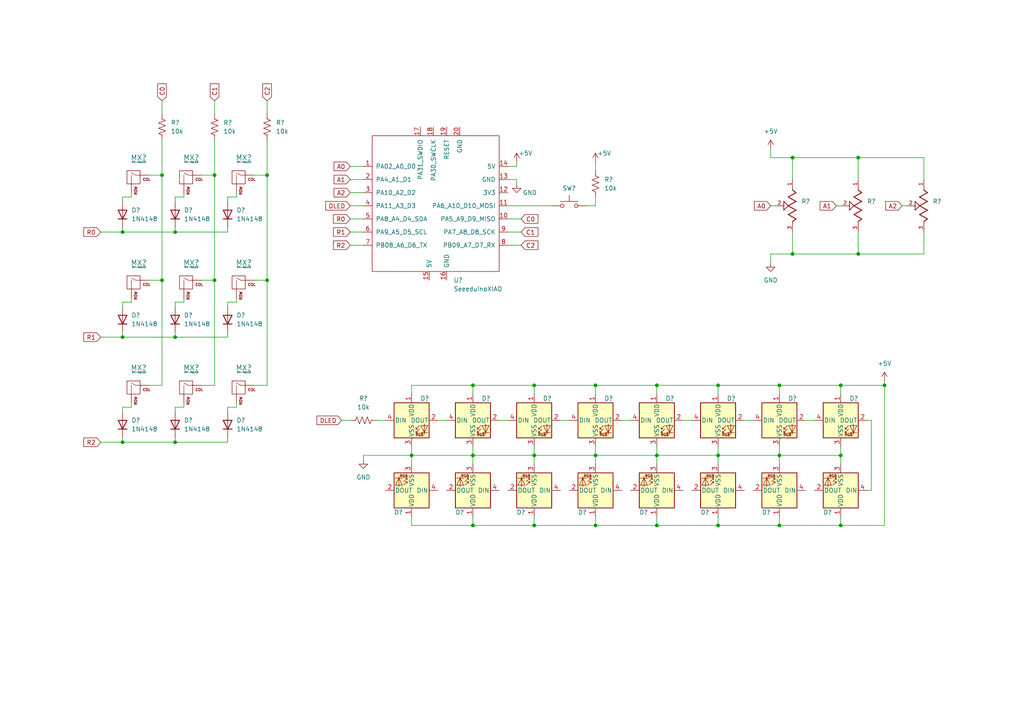
<source format=kicad_sch>
(kicad_sch (version 20211123) (generator eeschema)
  (paper "A4")
  (lib_symbols
    (symbol "Device:R_US" (pin_numbers hide) (pin_names (offset 0))
      (property "Reference" "R" (at 2.54 0 90))
      (property "Value" "R_US" (at -2.54 0 90))
      (symbol "R_US_0_1"
        (polyline (pts (xy 0 -2.286) (xy 0 -2.54)))
        (polyline (pts (xy 0 2.286) (xy 0 2.54)))
        (polyline (pts (xy 0 -0.762) (xy 1.016 -1.143) (xy 0 -1.524) (xy -1.016 -1.905) (xy 0 -2.286)))
        (polyline (pts (xy 0 0.762) (xy 1.016 0.381) (xy 0 0) (xy -1.016 -0.381) (xy 0 -0.762)))
        (polyline (pts (xy 0 2.286) (xy 1.016 1.905) (xy 0 1.524) (xy -1.016 1.143) (xy 0 0.762)))
      )
      (symbol "R_US_1_1"
        (pin passive line (at 0 3.81 270) (length 1.27) (name "~") (number "1"))
        (pin passive line (at 0 -3.81 90) (length 1.27) (name "~") (number "2"))
      )
    )
    (symbol "Diode:1N4148" (pin_numbers hide) (pin_names hide)
      (property "Reference" "D" (at 0 2.54 0))
      (property "Value" "1N4148" (at 0 -2.54 0))
      (symbol "1N4148_0_1"
        (polyline (pts (xy -1.27 1.27) (xy -1.27 -1.27)) (stroke (width 0.254)))
        (polyline (pts (xy 1.27 0) (xy -1.27 0)))
        (polyline (pts (xy 1.27 1.27) (xy 1.27 -1.27) (xy -1.27 0) (xy 1.27 1.27)) (stroke (width 0.254)))
      )
      (symbol "1N4148_1_1"
        (pin passive line (at -3.81 0 0) (length 2.54) (name "K") (number "1"))
        (pin passive line (at 3.81 0 180) (length 2.54) (name "A") (number "2"))
      )
    )
    (symbol "LED:WS2812B" (pin_names (offset 0.254))
      (property "Reference" "D" (at 5.08 5.715 0))
      (property "Value" "WS2812B" (at 1.27 -5.715 0))
      (symbol "WS2812B_0_0"
        (text "RGB" (at 2.286 -4.191 0) (effects (font (size 0.762 0.762))))
      )
      (symbol "WS2812B_0_1"
        (polyline (pts (xy 1.27 -3.556) (xy 1.778 -3.556)))
        (polyline (pts (xy 1.27 -2.54) (xy 1.778 -2.54)))
        (polyline (pts (xy 4.699 -3.556) (xy 2.667 -3.556)))
        (polyline (pts (xy 2.286 -2.54) (xy 1.27 -3.556) (xy 1.27 -3.048)))
        (polyline (pts (xy 2.286 -1.524) (xy 1.27 -2.54) (xy 1.27 -2.032)))
        (polyline (pts (xy 3.683 -1.016) (xy 3.683 -3.556) (xy 3.683 -4.064)))
        (polyline (pts (xy 4.699 -1.524) (xy 2.667 -1.524) (xy 3.683 -3.556) (xy 4.699 -1.524)))
        (rectangle (start 5.08 5.08) (end -5.08 -5.08) (stroke (width 0.254)) (fill (type background)))
      )
      (symbol "WS2812B_1_1"
        (pin power_in line (at 0 7.62 270) (length 2.54) (name "VDD") (number "1"))
        (pin output line (at 7.62 0 180) (length 2.54) (name "DOUT") (number "2"))
        (pin power_in line (at 0 -7.62 90) (length 2.54) (name "VSS") (number "3"))
        (pin input line (at -7.62 0 0) (length 2.54) (name "DIN") (number "4"))
      )
    )
    (symbol "MX_Alps_Hybrid:MX-NoLED" (pin_names (offset 1.016))
      (property "Reference" "MX" (at -0.635 3.81 0))
      (property "Value" "MX-NoLED" (at -0.635 1.27 0))
      (symbol "MX-NoLED_0_0"
        (rectangle (start -2.54 2.54) (end 1.27 -1.27))
        (polyline (pts (xy -1.27 -1.27) (xy -1.27 1.27)) (stroke (width 0.127)))
        (polyline (pts (xy 1.27 1.27) (xy 0 1.27) (xy -1.27 1.905)) (stroke (width 0.127)))
        (text "COL" (at 3.175 0 0) (effects (font (size 0.762 0.762))))
        (text "ROW" (at 0 -1.905 900) (effects (font (size 0.762 0.762)) (justify right)))
      )
      (symbol "MX-NoLED_1_1"
        (pin passive line (at 3.81 1.27 180) (length 2.54) (name "COL") (number "1"))
        (pin passive line (at -1.27 -3.81 90) (length 2.54) (name "ROW") (number "2"))
      )
    )
    (symbol "PTA4543-2015DPB103:PTA4543-2015DPB103" (pin_names (offset 1.016))
      (property "Reference" "R" (at -5.08 5.08 0))
      (property "Value" "PTA4543-2015DPB103" (at -5.08 2.54 0))
      (symbol "PTA4543-2015DPB103_0_0"
        (polyline (pts (xy -5.08 0) (xy -4.572 0)) (stroke (width 0.1524)))
        (polyline (pts (xy -4.572 0) (xy -3.81 1.016)) (stroke (width 0.254)))
        (polyline (pts (xy -3.81 1.016) (xy -2.54 -1.27)) (stroke (width 0.254)))
        (polyline (pts (xy -2.54 -1.27) (xy -1.27 1.016)) (stroke (width 0.254)))
        (polyline (pts (xy -1.27 -2.54) (xy 0 -1.27)) (stroke (width 0.2032)))
        (polyline (pts (xy -1.27 1.016) (xy 0 -1.27)) (stroke (width 0.254)))
        (polyline (pts (xy 0 -1.27) (xy 1.27 -2.54)) (stroke (width 0.2032)))
        (polyline (pts (xy 0 -1.27) (xy 1.27 1.016)) (stroke (width 0.254)))
        (polyline (pts (xy 1.27 -2.54) (xy -1.27 -2.54)) (stroke (width 0.2032)))
        (polyline (pts (xy 1.27 1.016) (xy 2.54 -1.27)) (stroke (width 0.254)))
        (polyline (pts (xy 2.54 -1.27) (xy 3.81 1.016)) (stroke (width 0.254)))
        (polyline (pts (xy 3.81 1.016) (xy 4.572 0)) (stroke (width 0.254)))
        (polyline (pts (xy 4.572 0) (xy 5.08 0)) (stroke (width 0.1524)))
        (pin passive line (at -7.62 0 0) (length 2.54) (name "~") (number "1"))
        (pin passive line (at 0 -5.08 90) (length 2.54) (name "~") (number "2"))
        (pin passive line (at 7.62 0 180) (length 2.54) (name "~") (number "3"))
      )
    )
    (symbol "Seeeduino XIAO:SeeeduinoXIAO" (pin_names (offset 1.016))
      (property "Reference" "U" (at -19.05 22.86 0))
      (property "Value" "SeeeduinoXIAO" (at -12.7 21.59 0))
      (symbol "SeeeduinoXIAO_0_1"
        (rectangle (start -19.05 20.32) (end 17.78 -19.05))
      )
      (symbol "SeeeduinoXIAO_1_1"
        (pin unspecified line (at -21.59 11.43 0) (length 2.54) (name "PA02_A0_D0") (number "1"))
        (pin unspecified line (at 20.32 -3.81 180) (length 2.54) (name "PA5_A9_D9_MISO") (number "10"))
        (pin unspecified line (at 20.32 0 180) (length 2.54) (name "PA6_A10_D10_MOSI") (number "11"))
        (pin unspecified line (at 20.32 3.81 180) (length 2.54) (name "3V3") (number "12"))
        (pin unspecified line (at 20.32 7.62 180) (length 2.54) (name "GND") (number "13"))
        (pin unspecified line (at 20.32 11.43 180) (length 2.54) (name "5V") (number "14"))
        (pin input line (at -2.54 -21.59 90) (length 2.54) (name "5V") (number "15"))
        (pin input line (at 2.54 -21.59 90) (length 2.54) (name "GND") (number "16"))
        (pin input line (at -5.08 22.86 270) (length 2.54) (name "PA31_SWDIO") (number "17"))
        (pin input line (at -1.27 22.86 270) (length 2.54) (name "PA30_SWCLK") (number "18"))
        (pin input line (at 2.54 22.86 270) (length 2.54) (name "RESET") (number "19"))
        (pin unspecified line (at -21.59 7.62 0) (length 2.54) (name "PA4_A1_D1") (number "2"))
        (pin input line (at 6.35 22.86 270) (length 2.54) (name "GND") (number "20"))
        (pin unspecified line (at -21.59 3.81 0) (length 2.54) (name "PA10_A2_D2") (number "3"))
        (pin unspecified line (at -21.59 0 0) (length 2.54) (name "PA11_A3_D3") (number "4"))
        (pin unspecified line (at -21.59 -3.81 0) (length 2.54) (name "PA8_A4_D4_SDA") (number "5"))
        (pin unspecified line (at -21.59 -7.62 0) (length 2.54) (name "PA9_A5_D5_SCL") (number "6"))
        (pin unspecified line (at -21.59 -11.43 0) (length 2.54) (name "PB08_A6_D6_TX") (number "7"))
        (pin unspecified line (at 20.32 -11.43 180) (length 2.54) (name "PB09_A7_D7_RX") (number "8"))
        (pin unspecified line (at 20.32 -7.62 180) (length 2.54) (name "PA7_A8_D8_SCK") (number "9"))
      )
    )
    (symbol "Switch:SW_MEC_5G" (pin_numbers hide) (pin_names (offset 1.016) hide)
      (property "Reference" "SW" (at 1.27 2.54 0))
      (property "Value" "SW_MEC_5G" (at 0 -1.524 0))
      (symbol "SW_MEC_5G_0_1"
        (circle (center -2.032 0) (radius 0.508))
        (polyline (pts (xy 0 1.27) (xy 0 3.048)))
        (polyline (pts (xy 2.54 1.27) (xy -2.54 1.27)))
        (circle (center 2.032 0) (radius 0.508))
        (pin passive line (at -5.08 0 0) (length 2.54) (name "A") (number "1"))
        (pin passive line (at 5.08 0 180) (length 2.54) (name "B") (number "3"))
      )
      (symbol "SW_MEC_5G_1_1"
        (pin passive line (at -5.08 0 0) (length 2.54) hide (name "A") (number "2"))
        (pin passive line (at 5.08 0 180) (length 2.54) hide (name "B") (number "4"))
      )
    )
    (symbol "power:+5V" (power) (pin_names (offset 0))
      (property "Value" "+5V" (at 0 3.556 0))
      (symbol "+5V_0_1"
        (polyline (pts (xy -0.762 1.27) (xy 0 2.54)))
        (polyline (pts (xy 0 0) (xy 0 2.54)))
        (polyline (pts (xy 0 2.54) (xy 0.762 1.27)))
      )
      (symbol "+5V_1_1"
        (pin power_in line (at 0 0 90) (length 0) hide (name "+5V") (number "1"))
      )
    )
    (symbol "power:GND" (power) (pin_names (offset 0))
      (property "Value" "GND" (at 0 -3.81 0))
      (symbol "GND_0_1"
        (polyline (pts (xy 0 0) (xy 0 -1.27) (xy 1.27 -1.27) (xy 0 -2.54) (xy -1.27 -1.27) (xy 0 -1.27)))
      )
      (symbol "GND_1_1"
        (pin power_in line (at 0 0 270) (length 0) hide (name "GND") (number "1"))
      )
    )
  )
  (junction (at 229.87 45.72))
  (junction (at 77.47 81.28))
  (junction (at 172.72 132.08))
  (junction (at 50.8 97.79))
  (junction (at 62.23 50.8))
  (junction (at 137.16 132.08))
  (junction (at 190.5 132.08))
  (junction (at 229.87 73.66))
  (junction (at 46.99 50.8))
  (junction (at 208.28 132.08))
  (junction (at 256.54 111.76))
  (junction (at 172.72 152.4))
  (junction (at 248.92 45.72))
  (junction (at 35.56 97.79))
  (junction (at 190.5 111.76))
  (junction (at 154.94 152.4))
  (junction (at 46.99 81.28))
  (junction (at 154.94 111.76))
  (junction (at 50.8 128.27))
  (junction (at 208.28 111.76))
  (junction (at 62.23 81.28))
  (junction (at 35.56 67.31))
  (junction (at 50.8 67.31))
  (junction (at 243.84 111.76))
  (junction (at 119.38 132.08))
  (junction (at 243.84 152.4))
  (junction (at 226.06 132.08))
  (junction (at 243.84 132.08))
  (junction (at 248.92 73.66))
  (junction (at 226.06 152.4))
  (junction (at 154.94 132.08))
  (junction (at 35.56 128.27))
  (junction (at 226.06 111.76))
  (junction (at 208.28 152.4))
  (junction (at 77.47 50.8))
  (junction (at 137.16 111.76))
  (junction (at 172.72 111.76))
  (junction (at 137.16 152.4))
  (junction (at 190.5 152.4))
  (wire (pts (xy 226.06 152.4) (xy 226.06 149.86)))
  (wire (pts (xy 46.99 111.76) (xy 43.18 111.76)))
  (wire (pts (xy 172.72 129.54) (xy 172.72 132.08)))
  (wire (pts (xy 154.94 132.08) (xy 154.94 134.62)))
  (wire (pts (xy 154.94 111.76) (xy 154.94 114.3)))
  (wire (pts (xy 53.34 87.63) (xy 53.34 86.36)))
  (wire (pts (xy 208.28 111.76) (xy 208.28 114.3)))
  (wire (pts (xy 29.21 97.79) (xy 35.56 97.79)))
  (wire (pts (xy 38.1 118.11) (xy 38.1 116.84)))
  (wire (pts (xy 256.54 111.76) (xy 256.54 152.4)))
  (wire (pts (xy 38.1 87.63) (xy 38.1 86.36)))
  (wire (pts (xy 154.94 152.4) (xy 154.94 149.86)))
  (wire (pts (xy 119.38 111.76) (xy 137.16 111.76)))
  (wire (pts (xy 242.57 59.69) (xy 243.84 59.69)))
  (wire (pts (xy 68.58 57.15) (xy 68.58 55.88)))
  (wire (pts (xy 137.16 111.76) (xy 137.16 114.3)))
  (wire (pts (xy 73.66 50.8) (xy 77.47 50.8)))
  (wire (pts (xy 162.56 121.92) (xy 165.1 121.92)))
  (wire (pts (xy 172.72 132.08) (xy 172.72 134.62)))
  (wire (pts (xy 243.84 129.54) (xy 243.84 132.08)))
  (wire (pts (xy 248.92 67.31) (xy 248.92 73.66)))
  (wire (pts (xy 190.5 132.08) (xy 208.28 132.08)))
  (wire (pts (xy 223.52 45.72) (xy 229.87 45.72)))
  (wire (pts (xy 50.8 128.27) (xy 50.8 127)))
  (wire (pts (xy 46.99 29.21) (xy 46.99 33.02)))
  (wire (pts (xy 101.6 63.5) (xy 105.41 63.5)))
  (wire (pts (xy 35.56 87.63) (xy 38.1 87.63)))
  (wire (pts (xy 144.78 121.92) (xy 147.32 121.92)))
  (wire (pts (xy 149.86 48.26) (xy 149.86 46.99)))
  (wire (pts (xy 223.52 76.2) (xy 223.52 73.66)))
  (wire (pts (xy 226.06 132.08) (xy 226.06 134.62)))
  (wire (pts (xy 208.28 152.4) (xy 226.06 152.4)))
  (wire (pts (xy 50.8 97.79) (xy 50.8 96.52)))
  (wire (pts (xy 62.23 40.64) (xy 62.23 50.8)))
  (wire (pts (xy 101.6 67.31) (xy 105.41 67.31)))
  (wire (pts (xy 77.47 81.28) (xy 73.66 81.28)))
  (wire (pts (xy 50.8 58.42) (xy 50.8 57.15)))
  (wire (pts (xy 190.5 132.08) (xy 190.5 134.62)))
  (wire (pts (xy 50.8 118.11) (xy 53.34 118.11)))
  (wire (pts (xy 66.04 97.79) (xy 50.8 97.79)))
  (wire (pts (xy 38.1 55.88) (xy 38.1 57.15)))
  (wire (pts (xy 226.06 132.08) (xy 243.84 132.08)))
  (wire (pts (xy 66.04 57.15) (xy 68.58 57.15)))
  (wire (pts (xy 127 121.92) (xy 129.54 121.92)))
  (wire (pts (xy 119.38 132.08) (xy 137.16 132.08)))
  (wire (pts (xy 251.46 121.92) (xy 252.73 121.92)))
  (wire (pts (xy 233.68 121.92) (xy 236.22 121.92)))
  (wire (pts (xy 147.32 48.26) (xy 149.86 48.26)))
  (wire (pts (xy 243.84 152.4) (xy 243.84 149.86)))
  (wire (pts (xy 50.8 88.9) (xy 50.8 87.63)))
  (wire (pts (xy 243.84 152.4) (xy 256.54 152.4)))
  (wire (pts (xy 223.52 73.66) (xy 229.87 73.66)))
  (wire (pts (xy 73.66 111.76) (xy 77.47 111.76)))
  (wire (pts (xy 66.04 67.31) (xy 50.8 67.31)))
  (wire (pts (xy 208.28 132.08) (xy 226.06 132.08)))
  (wire (pts (xy 62.23 111.76) (xy 62.23 81.28)))
  (wire (pts (xy 35.56 118.11) (xy 38.1 118.11)))
  (wire (pts (xy 68.58 118.11) (xy 68.58 116.84)))
  (wire (pts (xy 267.97 45.72) (xy 267.97 52.07)))
  (wire (pts (xy 119.38 152.4) (xy 137.16 152.4)))
  (wire (pts (xy 101.6 59.69) (xy 105.41 59.69)))
  (wire (pts (xy 226.06 111.76) (xy 226.06 114.3)))
  (wire (pts (xy 137.16 152.4) (xy 137.16 149.86)))
  (wire (pts (xy 50.8 97.79) (xy 35.56 97.79)))
  (wire (pts (xy 119.38 114.3) (xy 119.38 111.76)))
  (wire (pts (xy 229.87 45.72) (xy 248.92 45.72)))
  (wire (pts (xy 77.47 111.76) (xy 77.47 81.28)))
  (wire (pts (xy 101.6 48.26) (xy 105.41 48.26)))
  (wire (pts (xy 119.38 149.86) (xy 119.38 152.4)))
  (wire (pts (xy 66.04 128.27) (xy 50.8 128.27)))
  (wire (pts (xy 53.34 57.15) (xy 53.34 55.88)))
  (wire (pts (xy 53.34 118.11) (xy 53.34 116.84)))
  (wire (pts (xy 248.92 45.72) (xy 248.92 52.07)))
  (wire (pts (xy 172.72 152.4) (xy 172.72 149.86)))
  (wire (pts (xy 50.8 128.27) (xy 35.56 128.27)))
  (wire (pts (xy 46.99 40.64) (xy 46.99 50.8)))
  (wire (pts (xy 101.6 52.07) (xy 105.41 52.07)))
  (wire (pts (xy 172.72 132.08) (xy 190.5 132.08)))
  (wire (pts (xy 62.23 29.21) (xy 62.23 33.02)))
  (wire (pts (xy 172.72 46.99) (xy 172.72 49.53)))
  (wire (pts (xy 58.42 50.8) (xy 62.23 50.8)))
  (wire (pts (xy 229.87 52.07) (xy 229.87 45.72)))
  (wire (pts (xy 147.32 63.5) (xy 151.13 63.5)))
  (wire (pts (xy 190.5 152.4) (xy 190.5 149.86)))
  (wire (pts (xy 172.72 111.76) (xy 172.72 114.3)))
  (wire (pts (xy 35.56 67.31) (xy 50.8 67.31)))
  (wire (pts (xy 223.52 59.69) (xy 224.79 59.69)))
  (wire (pts (xy 256.54 111.76) (xy 256.54 110.49)))
  (wire (pts (xy 229.87 67.31) (xy 229.87 73.66)))
  (wire (pts (xy 172.72 152.4) (xy 190.5 152.4)))
  (wire (pts (xy 46.99 50.8) (xy 46.99 81.28)))
  (wire (pts (xy 208.28 132.08) (xy 208.28 134.62)))
  (wire (pts (xy 147.32 59.69) (xy 160.02 59.69)))
  (wire (pts (xy 38.1 57.15) (xy 35.56 57.15)))
  (wire (pts (xy 29.21 128.27) (xy 35.56 128.27)))
  (wire (pts (xy 137.16 132.08) (xy 154.94 132.08)))
  (wire (pts (xy 109.22 121.92) (xy 111.76 121.92)))
  (wire (pts (xy 66.04 87.63) (xy 68.58 87.63)))
  (wire (pts (xy 215.9 121.92) (xy 218.44 121.92)))
  (wire (pts (xy 43.18 50.8) (xy 46.99 50.8)))
  (wire (pts (xy 170.18 59.69) (xy 172.72 59.69)))
  (wire (pts (xy 99.06 121.92) (xy 101.6 121.92)))
  (wire (pts (xy 29.21 67.31) (xy 35.56 67.31)))
  (wire (pts (xy 243.84 111.76) (xy 243.84 114.3)))
  (wire (pts (xy 243.84 132.08) (xy 243.84 134.62)))
  (wire (pts (xy 66.04 58.42) (xy 66.04 57.15)))
  (wire (pts (xy 35.56 119.38) (xy 35.56 118.11)))
  (wire (pts (xy 68.58 87.63) (xy 68.58 86.36)))
  (wire (pts (xy 248.92 73.66) (xy 267.97 73.66)))
  (wire (pts (xy 149.86 52.07) (xy 149.86 53.34)))
  (wire (pts (xy 172.72 59.69) (xy 172.72 57.15)))
  (wire (pts (xy 62.23 81.28) (xy 58.42 81.28)))
  (wire (pts (xy 35.56 97.79) (xy 35.56 96.52)))
  (wire (pts (xy 190.5 111.76) (xy 208.28 111.76)))
  (wire (pts (xy 248.92 45.72) (xy 267.97 45.72)))
  (wire (pts (xy 77.47 50.8) (xy 77.47 81.28)))
  (wire (pts (xy 50.8 119.38) (xy 50.8 118.11)))
  (wire (pts (xy 77.47 29.21) (xy 77.47 33.02)))
  (wire (pts (xy 35.56 128.27) (xy 35.56 127)))
  (wire (pts (xy 137.16 132.08) (xy 137.16 134.62)))
  (wire (pts (xy 137.16 129.54) (xy 137.16 132.08)))
  (wire (pts (xy 119.38 129.54) (xy 119.38 132.08)))
  (wire (pts (xy 154.94 129.54) (xy 154.94 132.08)))
  (wire (pts (xy 226.06 152.4) (xy 243.84 152.4)))
  (wire (pts (xy 252.73 121.92) (xy 252.73 142.24)))
  (wire (pts (xy 66.04 127) (xy 66.04 128.27)))
  (wire (pts (xy 154.94 152.4) (xy 172.72 152.4)))
  (wire (pts (xy 190.5 111.76) (xy 190.5 114.3)))
  (wire (pts (xy 180.34 121.92) (xy 182.88 121.92)))
  (wire (pts (xy 208.28 152.4) (xy 208.28 149.86)))
  (wire (pts (xy 137.16 111.76) (xy 154.94 111.76)))
  (wire (pts (xy 58.42 111.76) (xy 62.23 111.76)))
  (wire (pts (xy 137.16 152.4) (xy 154.94 152.4)))
  (wire (pts (xy 198.12 121.92) (xy 200.66 121.92)))
  (wire (pts (xy 119.38 132.08) (xy 105.41 132.08)))
  (wire (pts (xy 243.84 111.76) (xy 256.54 111.76)))
  (wire (pts (xy 62.23 50.8) (xy 62.23 81.28)))
  (wire (pts (xy 208.28 129.54) (xy 208.28 132.08)))
  (wire (pts (xy 35.56 88.9) (xy 35.56 87.63)))
  (wire (pts (xy 66.04 66.04) (xy 66.04 67.31)))
  (wire (pts (xy 77.47 40.64) (xy 77.47 50.8)))
  (wire (pts (xy 226.06 129.54) (xy 226.06 132.08)))
  (wire (pts (xy 147.32 52.07) (xy 149.86 52.07)))
  (wire (pts (xy 190.5 129.54) (xy 190.5 132.08)))
  (wire (pts (xy 66.04 96.52) (xy 66.04 97.79)))
  (wire (pts (xy 66.04 118.11) (xy 68.58 118.11)))
  (wire (pts (xy 147.32 71.12) (xy 151.13 71.12)))
  (wire (pts (xy 50.8 57.15) (xy 53.34 57.15)))
  (wire (pts (xy 190.5 152.4) (xy 208.28 152.4)))
  (wire (pts (xy 46.99 81.28) (xy 46.99 111.76)))
  (wire (pts (xy 50.8 87.63) (xy 53.34 87.63)))
  (wire (pts (xy 229.87 73.66) (xy 248.92 73.66)))
  (wire (pts (xy 154.94 111.76) (xy 172.72 111.76)))
  (wire (pts (xy 223.52 43.18) (xy 223.52 45.72)))
  (wire (pts (xy 147.32 67.31) (xy 151.13 67.31)))
  (wire (pts (xy 252.73 142.24) (xy 251.46 142.24)))
  (wire (pts (xy 35.56 57.15) (xy 35.56 58.42)))
  (wire (pts (xy 66.04 88.9) (xy 66.04 87.63)))
  (wire (pts (xy 154.94 132.08) (xy 172.72 132.08)))
  (wire (pts (xy 43.18 81.28) (xy 46.99 81.28)))
  (wire (pts (xy 35.56 66.04) (xy 35.56 67.31)))
  (wire (pts (xy 101.6 71.12) (xy 105.41 71.12)))
  (wire (pts (xy 105.41 132.08) (xy 105.41 133.35)))
  (wire (pts (xy 119.38 132.08) (xy 119.38 134.62)))
  (wire (pts (xy 261.62 59.69) (xy 262.89 59.69)))
  (wire (pts (xy 172.72 111.76) (xy 190.5 111.76)))
  (wire (pts (xy 66.04 119.38) (xy 66.04 118.11)))
  (wire (pts (xy 208.28 111.76) (xy 226.06 111.76)))
  (wire (pts (xy 50.8 67.31) (xy 50.8 66.04)))
  (wire (pts (xy 267.97 67.31) (xy 267.97 73.66)))
  (wire (pts (xy 226.06 111.76) (xy 243.84 111.76)))
  (wire (pts (xy 101.6 55.88) (xy 105.41 55.88)))
  (global_label "A0" (shape input) (at 101.6 48.26 180) (property "Intersheet References" "${INTERSHEET_REFS}" (effects hide)))
  (global_label "C1" (shape input) (at 62.23 29.21 90) (property "Intersheet References" "${INTERSHEET_REFS}" (effects hide)))
  (global_label "C2" (shape input) (at 151.13 71.12 0) (property "Intersheet References" "${INTERSHEET_REFS}" (effects hide)))
  (global_label "A2" (shape input) (at 101.6 55.88 180) (property "Intersheet References" "${INTERSHEET_REFS}" (effects hide)))
  (global_label "C2" (shape input) (at 77.47 29.21 90) (property "Intersheet References" "${INTERSHEET_REFS}" (effects hide)))
  (global_label "R2" (shape input) (at 29.21 128.27 180) (property "Intersheet References" "${INTERSHEET_REFS}" (effects hide)))
  (global_label "R1" (shape input) (at 101.6 67.31 180) (property "Intersheet References" "${INTERSHEET_REFS}" (effects hide)))
  (global_label "R1" (shape input) (at 29.21 97.79 180) (property "Intersheet References" "${INTERSHEET_REFS}" (effects hide)))
  (global_label "C0" (shape input) (at 151.13 63.5 0) (property "Intersheet References" "${INTERSHEET_REFS}" (effects hide)))
  (global_label "C0" (shape input) (at 46.99 29.21 90) (property "Intersheet References" "${INTERSHEET_REFS}" (effects hide)))
  (global_label "R0" (shape input) (at 101.6 63.5 180) (property "Intersheet References" "${INTERSHEET_REFS}" (effects hide)))
  (global_label "DLED" (shape input) (at 99.06 121.92 180) (property "Intersheet References" "${INTERSHEET_REFS}" (effects hide)))
  (global_label "DLED" (shape input) (at 101.6 59.69 180) (property "Intersheet References" "${INTERSHEET_REFS}" (effects hide)))
  (global_label "R2" (shape input) (at 101.6 71.12 180) (property "Intersheet References" "${INTERSHEET_REFS}" (effects hide)))
  (global_label "A1" (shape input) (at 242.57 59.69 180) (property "Intersheet References" "${INTERSHEET_REFS}" (effects hide)))
  (global_label "C1" (shape input) (at 151.13 67.31 0) (property "Intersheet References" "${INTERSHEET_REFS}" (effects hide)))
  (global_label "R0" (shape input) (at 29.21 67.31 180) (property "Intersheet References" "${INTERSHEET_REFS}" (effects hide)))
  (global_label "A1" (shape input) (at 101.6 52.07 180) (property "Intersheet References" "${INTERSHEET_REFS}" (effects hide)))
  (global_label "A2" (shape input) (at 261.62 59.69 180) (property "Intersheet References" "${INTERSHEET_REFS}" (effects hide)))
  (global_label "A0" (shape input) (at 223.52 59.69 180) (property "Intersheet References" "${INTERSHEET_REFS}" (effects hide)))
  (symbol (lib_id "Diode:1N4148") (at 50.8 123.19 90) (unit 1)
    (property "Reference" "D?" (at 53.34 121.9199 90) (effects (justify right)))
    (property "Value" "1N4148" (at 53.34 124.4599 90) (effects (justify right)))
    (property "Footprint" "Diode_THT:D_DO-35_SOD27_P7.62mm_Horizontal" (effects hide))
    (property "Datasheet" "https://assets.nexperia.com/documents/data-sheet/1N4148_1N4448.pdf" (effects hide))
  )
  (symbol (lib_id "Seeeduino XIAO:SeeeduinoXIAO") (at 127 59.69 0) (unit 1)
    (property "Reference" "U?" (at 131.5594 81.28 0) (effects (justify left)))
    (property "Value" "SeeeduinoXIAO" (at 131.5594 83.82 0) (effects (justify left)))
  )
  (symbol (lib_id "Diode:1N4148") (at 35.56 123.19 90) (unit 1)
    (property "Reference" "D?" (at 38.1 121.9199 90) (effects (justify right)))
    (property "Value" "1N4148" (at 38.1 124.4599 90) (effects (justify right)))
    (property "Footprint" "Diode_THT:D_DO-35_SOD27_P7.62mm_Horizontal" (effects hide))
    (property "Datasheet" "https://assets.nexperia.com/documents/data-sheet/1N4148_1N4448.pdf" (effects hide))
  )
  (symbol (lib_id "power:GND") (at 149.86 53.34 0) (unit 1)
    (property "Reference" "#PWR?" (effects hide))
    (property "Value" "GND" (at 153.67 55.88 0))
  )
  (symbol (lib_id "MX_Alps_Hybrid:MX-NoLED") (at 54.61 82.55 0) (unit 1)
    (property "Reference" "MX?" (at 55.4956 76.2 0) (effects (font (size 1.524 1.524))))
    (property "Value" "MX-NoLED" (at 55.4956 77.47 0) (effects (font (size 0.508 0.508))))
  )
  (symbol (lib_id "MX_Alps_Hybrid:MX-NoLED") (at 39.37 82.55 0) (unit 1)
    (property "Reference" "MX?" (at 40.2556 76.2 0) (effects (font (size 1.524 1.524))))
    (property "Value" "MX-NoLED" (at 40.2556 77.47 0) (effects (font (size 0.508 0.508))))
  )
  (symbol (lib_id "Diode:1N4148") (at 50.8 62.23 90) (unit 1)
    (property "Reference" "D?" (at 53.34 60.9599 90) (effects (justify right)))
    (property "Value" "1N4148" (at 53.34 63.4999 90) (effects (justify right)))
    (property "Footprint" "Diode_THT:D_DO-35_SOD27_P7.62mm_Horizontal" (effects hide))
    (property "Datasheet" "https://assets.nexperia.com/documents/data-sheet/1N4148_1N4448.pdf" (effects hide))
  )
  (symbol (lib_id "power:GND") (at 105.41 133.35 0) (unit 1)
    (property "Reference" "#PWR?" (effects hide))
    (property "Value" "GND" (at 105.41 138.43 0))
  )
  (symbol (lib_id "LED:WS2812B") (at 154.94 142.24 180) (unit 1)
    (property "Reference" "D?" (at 151.13 148.59 0))
    (property "Value" "WS2812B" (effects hide))
    (property "Footprint" "LED_SMD:LED_WS2812B_PLCC4_5.0x5.0mm_P3.2mm" (effects hide))
    (property "Datasheet" "https://cdn-shop.adafruit.com/datasheets/WS2812B.pdf" (effects hide))
  )
  (symbol (lib_id "Switch:SW_MEC_5G") (at 165.1 59.69 0) (unit 1)
    (property "Reference" "SW?" (at 165.1 54.61 0))
    (property "Value" "SW_MEC_5G" (effects hide))
    (property "Datasheet" "http://www.apem.com/int/index.php?controller=attachment&id_attachment=488" (effects hide))
  )
  (symbol (lib_id "power:+5V") (at 256.54 110.49 0) (unit 1)
    (property "Reference" "#PWR?" (effects hide))
    (property "Value" "+5V" (at 256.54 105.41 0))
  )
  (symbol (lib_id "MX_Alps_Hybrid:MX-NoLED") (at 54.61 52.07 0) (unit 1)
    (property "Reference" "MX?" (at 55.4956 45.72 0) (effects (font (size 1.524 1.524))))
    (property "Value" "MX-NoLED" (at 55.4956 46.99 0) (effects (font (size 0.508 0.508))))
  )
  (symbol (lib_id "LED:WS2812B") (at 208.28 121.92 0) (unit 1)
    (property "Reference" "D?" (at 212.09 115.57 0))
    (property "Value" "WS2812B" (effects hide))
    (property "Footprint" "LED_SMD:LED_WS2812B_PLCC4_5.0x5.0mm_P3.2mm" (effects hide))
    (property "Datasheet" "https://cdn-shop.adafruit.com/datasheets/WS2812B.pdf" (effects hide))
  )
  (symbol (lib_id "MX_Alps_Hybrid:MX-NoLED") (at 54.61 113.03 0) (unit 1)
    (property "Reference" "MX?" (at 55.4956 106.68 0) (effects (font (size 1.524 1.524))))
    (property "Value" "MX-NoLED" (at 55.4956 107.95 0) (effects (font (size 0.508 0.508))))
  )
  (symbol (lib_id "power:+5V") (at 223.52 43.18 0) (unit 1)
    (property "Reference" "#PWR?" (effects hide))
    (property "Value" "+5V" (at 223.52 38.1 0))
  )
  (symbol (lib_id "Diode:1N4148") (at 50.8 92.71 90) (unit 1)
    (property "Reference" "D?" (at 53.34 91.4399 90) (effects (justify right)))
    (property "Value" "1N4148" (at 53.34 93.9799 90) (effects (justify right)))
    (property "Footprint" "Diode_THT:D_DO-35_SOD27_P7.62mm_Horizontal" (effects hide))
    (property "Datasheet" "https://assets.nexperia.com/documents/data-sheet/1N4148_1N4448.pdf" (effects hide))
  )
  (symbol (lib_id "Device:R_US") (at 172.72 53.34 180) (unit 1)
    (property "Reference" "R?" (at 175.26 52.0699 0) (effects (justify right)))
    (property "Value" "10k" (at 175.26 54.6099 0) (effects (justify right)))
  )
  (symbol (lib_id "power:+5V") (at 172.72 46.99 0) (unit 1)
    (property "Reference" "#PWR?" (effects hide))
    (property "Value" "+5V" (at 175.26 44.45 0))
  )
  (symbol (lib_id "LED:WS2812B") (at 119.38 121.92 0) (unit 1)
    (property "Reference" "D?" (at 123.19 115.57 0))
    (property "Value" "WS2812B" (effects hide))
    (property "Footprint" "LED_SMD:LED_WS2812B_PLCC4_5.0x5.0mm_P3.2mm" (effects hide))
    (property "Datasheet" "https://cdn-shop.adafruit.com/datasheets/WS2812B.pdf" (effects hide))
  )
  (symbol (lib_id "PTA4543-2015DPB103:PTA4543-2015DPB103") (at 248.92 59.69 270) (unit 1)
    (property "Reference" "R?" (at 251.46 58.4199 90) (effects (justify left)))
    (property "Value" "PTA4543-2015DPB103" (effects hide))
    (property "Footprint" "TRIM_PTA4543-2015DPB103" (effects hide))
    (property "SNAPEDA_PN" "PTA4543-2015DPB103" (effects hide))
    (property "MANUFACTURER" "Bourns" (effects hide))
    (property "MAXIMUM_PACKAGE_HEIGHT" "21.5 mm" (effects hide))
    (property "STANDARD" "Manufacturer Recommendations" (effects hide))
    (property "PARTREV" "04/21" (effects hide))
  )
  (symbol (lib_id "Device:R_US") (at 46.99 36.83 0) (unit 1)
    (property "Reference" "R?" (at 49.53 35.5599 0) (effects (justify left)))
    (property "Value" "10k" (at 49.53 38.0999 0) (effects (justify left)))
  )
  (symbol (lib_id "LED:WS2812B") (at 172.72 121.92 0) (unit 1)
    (property "Reference" "D?" (at 176.53 115.57 0))
    (property "Value" "WS2812B" (effects hide))
    (property "Footprint" "LED_SMD:LED_WS2812B_PLCC4_5.0x5.0mm_P3.2mm" (effects hide))
    (property "Datasheet" "https://cdn-shop.adafruit.com/datasheets/WS2812B.pdf" (effects hide))
  )
  (symbol (lib_id "MX_Alps_Hybrid:MX-NoLED") (at 39.37 113.03 0) (unit 1)
    (property "Reference" "MX?" (at 40.2556 106.68 0) (effects (font (size 1.524 1.524))))
    (property "Value" "MX-NoLED" (at 40.2556 107.95 0) (effects (font (size 0.508 0.508))))
  )
  (symbol (lib_id "Device:R_US") (at 105.41 121.92 90) (unit 1)
    (property "Reference" "R?" (at 105.41 115.57 90))
    (property "Value" "10k" (at 105.41 118.11 90))
  )
  (symbol (lib_id "Diode:1N4148") (at 66.04 123.19 90) (unit 1)
    (property "Reference" "D?" (at 68.58 121.9199 90) (effects (justify right)))
    (property "Value" "1N4148" (at 68.58 124.4599 90) (effects (justify right)))
    (property "Footprint" "Diode_THT:D_DO-35_SOD27_P7.62mm_Horizontal" (effects hide))
    (property "Datasheet" "https://assets.nexperia.com/documents/data-sheet/1N4148_1N4448.pdf" (effects hide))
  )
  (symbol (lib_id "Device:R_US") (at 77.47 36.83 0) (unit 1)
    (property "Reference" "R?" (at 80.01 35.5599 0) (effects (justify left)))
    (property "Value" "10k" (at 80.01 38.0999 0) (effects (justify left)))
  )
  (symbol (lib_id "LED:WS2812B") (at 172.72 142.24 180) (unit 1)
    (property "Reference" "D?" (at 168.91 148.59 0))
    (property "Value" "WS2812B" (effects hide))
    (property "Footprint" "LED_SMD:LED_WS2812B_PLCC4_5.0x5.0mm_P3.2mm" (effects hide))
    (property "Datasheet" "https://cdn-shop.adafruit.com/datasheets/WS2812B.pdf" (effects hide))
  )
  (symbol (lib_id "MX_Alps_Hybrid:MX-NoLED") (at 69.85 82.55 0) (unit 1)
    (property "Reference" "MX?" (at 70.7356 76.2 0) (effects (font (size 1.524 1.524))))
    (property "Value" "MX-NoLED" (at 70.7356 77.47 0) (effects (font (size 0.508 0.508))))
  )
  (symbol (lib_id "LED:WS2812B") (at 226.06 121.92 0) (unit 1)
    (property "Reference" "D?" (at 229.87 115.57 0))
    (property "Value" "WS2812B" (effects hide))
    (property "Footprint" "LED_SMD:LED_WS2812B_PLCC4_5.0x5.0mm_P3.2mm" (effects hide))
    (property "Datasheet" "https://cdn-shop.adafruit.com/datasheets/WS2812B.pdf" (effects hide))
  )
  (symbol (lib_id "LED:WS2812B") (at 190.5 121.92 0) (unit 1)
    (property "Reference" "D?" (at 194.31 115.57 0))
    (property "Value" "WS2812B" (effects hide))
    (property "Footprint" "LED_SMD:LED_WS2812B_PLCC4_5.0x5.0mm_P3.2mm" (effects hide))
    (property "Datasheet" "https://cdn-shop.adafruit.com/datasheets/WS2812B.pdf" (effects hide))
  )
  (symbol (lib_id "LED:WS2812B") (at 137.16 142.24 180) (unit 1)
    (property "Reference" "D?" (at 133.35 148.59 0))
    (property "Value" "WS2812B" (effects hide))
    (property "Footprint" "LED_SMD:LED_WS2812B_PLCC4_5.0x5.0mm_P3.2mm" (effects hide))
    (property "Datasheet" "https://cdn-shop.adafruit.com/datasheets/WS2812B.pdf" (effects hide))
  )
  (symbol (lib_id "PTA4543-2015DPB103:PTA4543-2015DPB103") (at 267.97 59.69 270) (unit 1)
    (property "Reference" "R?" (at 270.51 58.4199 90) (effects (justify left)))
    (property "Value" "PTA4543-2015DPB103" (effects hide))
    (property "Footprint" "TRIM_PTA4543-2015DPB103" (effects hide))
    (property "SNAPEDA_PN" "PTA4543-2015DPB103" (effects hide))
    (property "MANUFACTURER" "Bourns" (effects hide))
    (property "MAXIMUM_PACKAGE_HEIGHT" "21.5 mm" (effects hide))
    (property "STANDARD" "Manufacturer Recommendations" (effects hide))
    (property "PARTREV" "04/21" (effects hide))
  )
  (symbol (lib_id "LED:WS2812B") (at 119.38 142.24 180) (unit 1)
    (property "Reference" "D?" (at 115.57 148.59 0))
    (property "Value" "WS2812B" (effects hide))
    (property "Footprint" "LED_SMD:LED_WS2812B_PLCC4_5.0x5.0mm_P3.2mm" (effects hide))
    (property "Datasheet" "https://cdn-shop.adafruit.com/datasheets/WS2812B.pdf" (effects hide))
  )
  (symbol (lib_id "LED:WS2812B") (at 190.5 142.24 180) (unit 1)
    (property "Reference" "D?" (at 186.69 148.59 0))
    (property "Value" "WS2812B" (effects hide))
    (property "Footprint" "LED_SMD:LED_WS2812B_PLCC4_5.0x5.0mm_P3.2mm" (effects hide))
    (property "Datasheet" "https://cdn-shop.adafruit.com/datasheets/WS2812B.pdf" (effects hide))
  )
  (symbol (lib_id "LED:WS2812B") (at 243.84 142.24 180) (unit 1)
    (property "Reference" "D?" (at 240.03 148.59 0))
    (property "Value" "WS2812B" (effects hide))
    (property "Footprint" "LED_SMD:LED_WS2812B_PLCC4_5.0x5.0mm_P3.2mm" (effects hide))
    (property "Datasheet" "https://cdn-shop.adafruit.com/datasheets/WS2812B.pdf" (effects hide))
  )
  (symbol (lib_id "power:GND") (at 223.52 76.2 0) (unit 1)
    (property "Reference" "#PWR?" (effects hide))
    (property "Value" "GND" (at 223.52 81.28 0))
  )
  (symbol (lib_id "LED:WS2812B") (at 226.06 142.24 180) (unit 1)
    (property "Reference" "D?" (at 222.25 148.59 0))
    (property "Value" "WS2812B" (effects hide))
    (property "Footprint" "LED_SMD:LED_WS2812B_PLCC4_5.0x5.0mm_P3.2mm" (effects hide))
    (property "Datasheet" "https://cdn-shop.adafruit.com/datasheets/WS2812B.pdf" (effects hide))
  )
  (symbol (lib_id "LED:WS2812B") (at 243.84 121.92 0) (unit 1)
    (property "Reference" "D?" (at 247.65 115.57 0))
    (property "Value" "WS2812B" (effects hide))
    (property "Footprint" "LED_SMD:LED_WS2812B_PLCC4_5.0x5.0mm_P3.2mm" (effects hide))
    (property "Datasheet" "https://cdn-shop.adafruit.com/datasheets/WS2812B.pdf" (effects hide))
  )
  (symbol (lib_id "Device:R_US") (at 62.23 36.83 0) (unit 1)
    (property "Reference" "R?" (at 64.77 35.5599 0) (effects (justify left)))
    (property "Value" "10k" (at 64.77 38.0999 0) (effects (justify left)))
  )
  (symbol (lib_id "Diode:1N4148") (at 66.04 62.23 90) (unit 1)
    (property "Reference" "D?" (at 68.58 60.9599 90) (effects (justify right)))
    (property "Value" "1N4148" (at 68.58 63.4999 90) (effects (justify right)))
    (property "Footprint" "Diode_THT:D_DO-35_SOD27_P7.62mm_Horizontal" (effects hide))
    (property "Datasheet" "https://assets.nexperia.com/documents/data-sheet/1N4148_1N4448.pdf" (effects hide))
  )
  (symbol (lib_id "MX_Alps_Hybrid:MX-NoLED") (at 39.37 52.07 0) (unit 1)
    (property "Reference" "MX?" (at 40.2556 45.72 0) (effects (font (size 1.524 1.524))))
    (property "Value" "MX-NoLED" (at 40.2556 46.99 0) (effects (font (size 0.508 0.508))))
  )
  (symbol (lib_id "Diode:1N4148") (at 66.04 92.71 90) (unit 1)
    (property "Reference" "D?" (at 68.58 91.4399 90) (effects (justify right)))
    (property "Value" "1N4148" (at 68.58 93.9799 90) (effects (justify right)))
    (property "Footprint" "Diode_THT:D_DO-35_SOD27_P7.62mm_Horizontal" (effects hide))
    (property "Datasheet" "https://assets.nexperia.com/documents/data-sheet/1N4148_1N4448.pdf" (effects hide))
  )
  (symbol (lib_id "Diode:1N4148") (at 35.56 62.23 90) (unit 1)
    (property "Reference" "D?" (at 38.1 60.9599 90) (effects (justify right)))
    (property "Value" "1N4148" (at 38.1 63.4999 90) (effects (justify right)))
    (property "Footprint" "Diode_THT:D_DO-35_SOD27_P7.62mm_Horizontal" (effects hide))
    (property "Datasheet" "https://assets.nexperia.com/documents/data-sheet/1N4148_1N4448.pdf" (effects hide))
  )
  (symbol (lib_id "PTA4543-2015DPB103:PTA4543-2015DPB103") (at 229.87 59.69 270) (unit 1)
    (property "Reference" "R?" (at 232.41 58.4199 90) (effects (justify left)))
    (property "Value" "PTA4543-2015DPB103" (effects hide))
    (property "Footprint" "TRIM_PTA4543-2015DPB103" (effects hide))
    (property "SNAPEDA_PN" "PTA4543-2015DPB103" (effects hide))
    (property "MANUFACTURER" "Bourns" (effects hide))
    (property "MAXIMUM_PACKAGE_HEIGHT" "21.5 mm" (effects hide))
    (property "STANDARD" "Manufacturer Recommendations" (effects hide))
    (property "PARTREV" "04/21" (effects hide))
  )
  (symbol (lib_id "power:+5V") (at 149.86 46.99 0) (unit 1)
    (property "Reference" "#PWR?" (effects hide))
    (property "Value" "+5V" (at 152.4 44.45 0))
  )
  (symbol (lib_id "MX_Alps_Hybrid:MX-NoLED") (at 69.85 113.03 0) (unit 1)
    (property "Reference" "MX?" (at 70.7356 106.68 0) (effects (font (size 1.524 1.524))))
    (property "Value" "MX-NoLED" (at 70.7356 107.95 0) (effects (font (size 0.508 0.508))))
  )
  (symbol (lib_id "LED:WS2812B") (at 208.28 142.24 180) (unit 1)
    (property "Reference" "D?" (at 204.47 148.59 0))
    (property "Value" "WS2812B" (effects hide))
    (property "Footprint" "LED_SMD:LED_WS2812B_PLCC4_5.0x5.0mm_P3.2mm" (effects hide))
    (property "Datasheet" "https://cdn-shop.adafruit.com/datasheets/WS2812B.pdf" (effects hide))
  )
  (symbol (lib_id "Diode:1N4148") (at 35.56 92.71 90) (unit 1)
    (property "Reference" "D?" (at 38.1 91.4399 90) (effects (justify right)))
    (property "Value" "1N4148" (at 38.1 93.9799 90) (effects (justify right)))
    (property "Footprint" "Diode_THT:D_DO-35_SOD27_P7.62mm_Horizontal" (effects hide))
    (property "Datasheet" "https://assets.nexperia.com/documents/data-sheet/1N4148_1N4448.pdf" (effects hide))
  )
  (symbol (lib_id "LED:WS2812B") (at 154.94 121.92 0) (unit 1)
    (property "Reference" "D?" (at 158.75 115.57 0))
    (property "Value" "WS2812B" (effects hide))
    (property "Footprint" "LED_SMD:LED_WS2812B_PLCC4_5.0x5.0mm_P3.2mm" (effects hide))
    (property "Datasheet" "https://cdn-shop.adafruit.com/datasheets/WS2812B.pdf" (effects hide))
  )
  (symbol (lib_id "LED:WS2812B") (at 137.16 121.92 0) (unit 1)
    (property "Reference" "D?" (at 140.97 115.57 0))
    (property "Value" "WS2812B" (effects hide))
    (property "Footprint" "LED_SMD:LED_WS2812B_PLCC4_5.0x5.0mm_P3.2mm" (effects hide))
    (property "Datasheet" "https://cdn-shop.adafruit.com/datasheets/WS2812B.pdf" (effects hide))
  )
  (symbol (lib_id "MX_Alps_Hybrid:MX-NoLED") (at 69.85 52.07 0) (unit 1)
    (property "Reference" "MX?" (at 70.7356 45.72 0) (effects (font (size 1.524 1.524))))
    (property "Value" "MX-NoLED" (at 70.7356 46.99 0) (effects (font (size 0.508 0.508))))
  )
)
</source>
